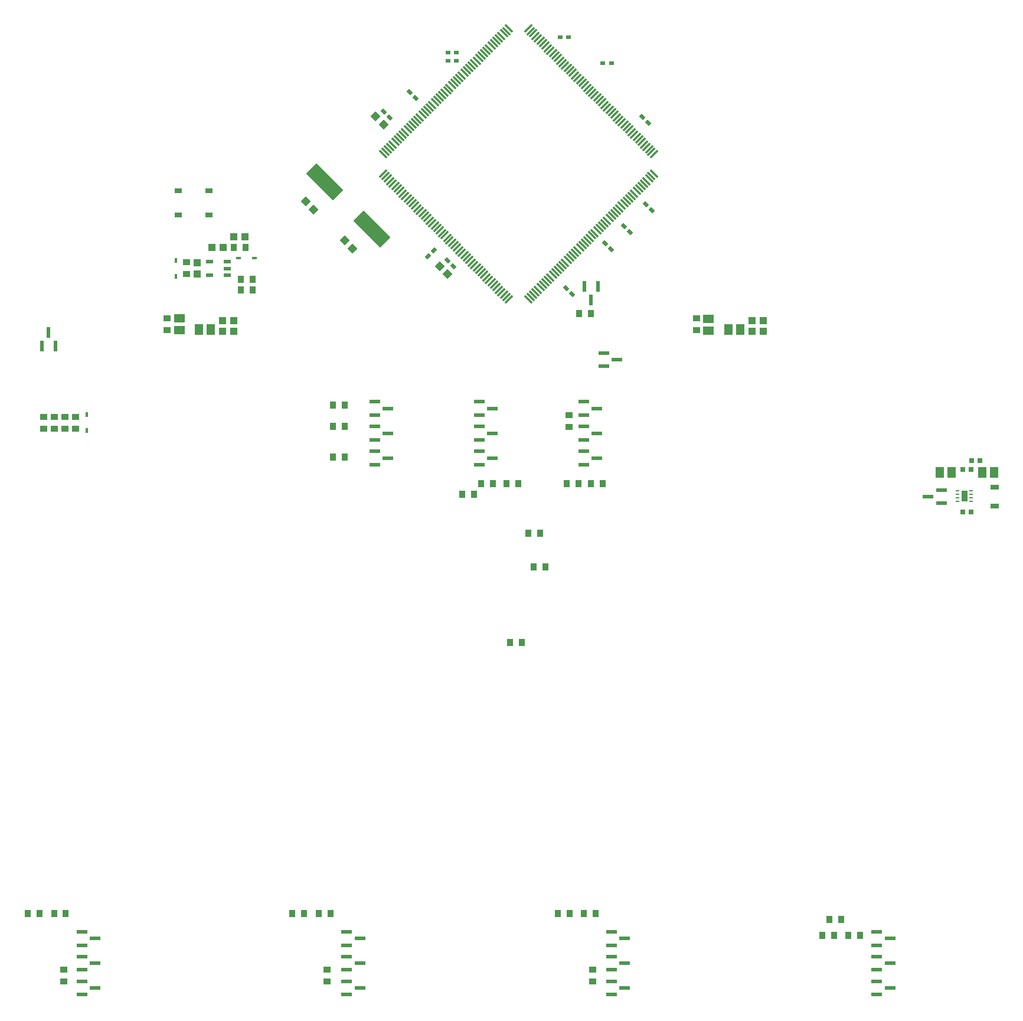
<source format=gbp>
%FSTAX23Y23*%
%MOIN*%
%SFA1B1*%

%IPPOS*%
%AMD70*
4,1,4,-0.027700,0.000000,0.000000,-0.027700,0.027700,0.000000,0.000000,0.027700,-0.027700,0.000000,0.0*
%
%AMD71*
4,1,4,-0.016000,0.024300,-0.024300,0.016000,0.016000,-0.024300,0.024300,-0.016000,-0.016000,0.024300,0.0*
%
%AMD72*
4,1,4,0.024300,0.016000,0.016000,0.024300,-0.024300,-0.016000,-0.016000,-0.024300,0.024300,0.016000,0.0*
%
%AMD74*
4,1,4,0.105900,-0.047200,-0.047200,0.105900,-0.105900,0.047200,0.047200,-0.105900,0.105900,-0.047200,0.0*
%
%AMD82*
4,1,4,0.019400,0.002800,0.002800,0.019400,-0.019400,-0.002800,-0.002800,-0.019400,0.019400,0.002800,0.0*
%
%AMD83*
4,1,4,-0.002800,0.019400,-0.019400,0.002800,0.002800,-0.019400,0.019400,-0.002800,-0.002800,0.019400,0.0*
%
%ADD17R,0.051181X0.059055*%
%ADD18R,0.039370X0.039370*%
%ADD20R,0.035433X0.039370*%
%ADD25R,0.039370X0.035433*%
%ADD69R,0.017716X0.027559*%
G04~CAMADD=70~10~0.0~393.7~0.0~0.0~0.0~0.0~0~0.0~0.0~0.0~0.0~0~0.0~0.0~0.0~0.0~0~0.0~0.0~0.0~135.0~393.7~0.0*
%ADD70D70*%
G04~CAMADD=71~9~0.0~0.0~118.1~570.9~0.0~0.0~0~0.0~0.0~0.0~0.0~0~0.0~0.0~0.0~0.0~0~0.0~0.0~0.0~45.0~486.0~485.0*
%ADD71D71*%
G04~CAMADD=72~9~0.0~0.0~118.1~570.9~0.0~0.0~0~0.0~0.0~0.0~0.0~0~0.0~0.0~0.0~0.0~0~0.0~0.0~0.0~315.0~486.0~485.0*
%ADD72D72*%
%ADD73R,0.039370X0.023622*%
G04~CAMADD=74~9~0.0~0.0~2165.0~830.0~0.0~0.0~0~0.0~0.0~0.0~0.0~0~0.0~0.0~0.0~0.0~0~0.0~0.0~0.0~315.0~2118.0~2117.0*
%ADD74D74*%
%ADD75R,0.047244X0.025591*%
%ADD76R,0.059055X0.023622*%
%ADD77R,0.031496X0.027559*%
%ADD78R,0.035433X0.062992*%
%ADD79R,0.019685X0.009843*%
%ADD80R,0.043307X0.027559*%
%ADD81R,0.031496X0.023622*%
G04~CAMADD=82~9~0.0~0.0~236.2~315.0~0.0~0.0~0~0.0~0.0~0.0~0.0~0~0.0~0.0~0.0~0.0~0~0.0~0.0~0.0~315.0~388.0~387.0*
%ADD82D82*%
G04~CAMADD=83~9~0.0~0.0~236.2~315.0~0.0~0.0~0~0.0~0.0~0.0~0.0~0~0.0~0.0~0.0~0.0~0~0.0~0.0~0.0~45.0~388.0~387.0*
%ADD83D83*%
%ADD84R,0.023622X0.059055*%
%ADD85R,0.027559X0.017716*%
%ADD86R,0.039370X0.039370*%
%ADD87R,0.059055X0.051181*%
%LNduo_x-1*%
%LPD*%
G54D17*
X05203Y02729D03*
X0527D03*
X0503D03*
X04963D03*
X03838Y03535D03*
X03771D03*
X00848D03*
X00781D03*
G54D18*
X01041Y0406D03*
X00978D03*
X03966Y03585D03*
X03903D03*
X03966Y03525D03*
X03903D03*
X00976D03*
X00913D03*
X00976Y03585D03*
X00913D03*
X00918Y03999D03*
X00855D03*
G54D20*
X04446Y00115D03*
X04513D03*
X02995Y02665D03*
X03061D03*
X01306Y0024D03*
X01373D03*
X04301Y00115D03*
X04368D03*
X02806Y0024D03*
X02873D03*
X02374Y02665D03*
X02441D03*
X01536Y02814D03*
X01603D03*
X-00188Y0024D03*
X-00121D03*
X02925Y02665D03*
X02858D03*
X01523Y0024D03*
X01456D03*
X04341Y00205D03*
X04408D03*
X02583Y02665D03*
X02516D03*
X01536Y02987D03*
X01603D03*
X0302Y0024D03*
X02953D03*
X02334Y02605D03*
X02267D03*
X01536Y0311D03*
X01603D03*
X00028Y0024D03*
X-00038D03*
X02928Y03625D03*
X02995D03*
X02708Y02385D03*
X02641D03*
X02536Y0177D03*
X02603D03*
X02738Y02195D03*
X02671D03*
X01083Y03759D03*
X01016D03*
X01083Y03819D03*
X01016D03*
X01043Y03999D03*
X00976D03*
G54D25*
X01505Y-00146D03*
Y-00079D03*
X0287Y02986D03*
Y03053D03*
X03005Y-00146D03*
Y-00079D03*
X00016Y-00146D03*
Y-00079D03*
X-00095Y02976D03*
Y03043D03*
X-00035Y02976D03*
Y03043D03*
X00025Y02976D03*
Y03043D03*
X00085Y02976D03*
Y03043D03*
X0071Y03847D03*
Y03914D03*
X0359Y03598D03*
Y03531D03*
X006Y036D03*
Y03533D03*
G54D69*
X00148Y02964D03*
Y03055D03*
X0065Y03835D03*
Y03926D03*
G54D70*
X02184Y03847D03*
X0214Y03892D03*
X01427Y04212D03*
X01382Y04257D03*
X01647Y03992D03*
X01602Y04037D03*
X01777Y04737D03*
X01822Y04692D03*
G54D71*
X02639Y03705D03*
X02653Y03719D03*
X02667Y03732D03*
X02681Y03746D03*
X02695Y0376D03*
X02709Y03774D03*
X02723Y03788D03*
X02737Y03802D03*
X02751Y03816D03*
X02765Y0383D03*
X02779Y03844D03*
X02793Y03858D03*
X02807Y03872D03*
X0282Y03886D03*
X02834Y039D03*
X02848Y03913D03*
X02862Y03927D03*
X02876Y03941D03*
X0289Y03955D03*
X02904Y03969D03*
X02918Y03983D03*
X02932Y03997D03*
X02946Y04011D03*
X0296Y04025D03*
X02974Y04039D03*
X02987Y04053D03*
X03001Y04067D03*
X03015Y0408D03*
X03029Y04094D03*
X03043Y04108D03*
X03057Y04122D03*
X03071Y04136D03*
X03085Y0415D03*
X03099Y04164D03*
X03113Y04178D03*
X03127Y04192D03*
X03141Y04206D03*
X03155Y0422D03*
X03168Y04234D03*
X03182Y04247D03*
X03196Y04261D03*
X0321Y04275D03*
X03224Y04289D03*
X03238Y04303D03*
X03252Y04317D03*
X03266Y04331D03*
X0328Y04345D03*
X03294Y04359D03*
X03308Y04373D03*
X03322Y04387D03*
X03335Y04401D03*
X03349Y04415D03*
X0253Y05234D03*
X02516Y0522D03*
X02502Y05207D03*
X02488Y05193D03*
X02474Y05179D03*
X0246Y05165D03*
X02446Y05151D03*
X02432Y05137D03*
X02418Y05123D03*
X02404Y05109D03*
X0239Y05095D03*
X02376Y05081D03*
X02362Y05067D03*
X02349Y05053D03*
X02335Y0504D03*
X02321Y05026D03*
X02307Y05012D03*
X02293Y04998D03*
X02279Y04984D03*
X02265Y0497D03*
X02251Y04956D03*
X02237Y04942D03*
X02223Y04928D03*
X02209Y04914D03*
X02195Y049D03*
X02182Y04886D03*
X02168Y04872D03*
X02154Y04859D03*
X0214Y04845D03*
X02126Y04831D03*
X02112Y04817D03*
X02098Y04803D03*
X02084Y04789D03*
X0207Y04775D03*
X02056Y04761D03*
X02042Y04747D03*
X02028Y04733D03*
X02015Y04719D03*
X02001Y04705D03*
X01987Y04692D03*
X01973Y04678D03*
X01959Y04664D03*
X01945Y0465D03*
X01931Y04636D03*
X01917Y04622D03*
X01903Y04608D03*
X01889Y04594D03*
X01875Y0458D03*
X01861Y04566D03*
X01847Y04552D03*
X01834Y04538D03*
X0182Y04524D03*
G54D72*
X03349Y04524D03*
X03335Y04538D03*
X03322Y04552D03*
X03308Y04566D03*
X03294Y0458D03*
X0328Y04594D03*
X03266Y04608D03*
X03252Y04622D03*
X03238Y04636D03*
X03224Y0465D03*
X0321Y04664D03*
X03196Y04678D03*
X03182Y04692D03*
X03168Y04705D03*
X03155Y04719D03*
X03141Y04733D03*
X03127Y04747D03*
X03113Y04761D03*
X03099Y04775D03*
X03085Y04789D03*
X03071Y04803D03*
X03057Y04817D03*
X03043Y04831D03*
X03029Y04845D03*
X03015Y04859D03*
X03001Y04872D03*
X02987Y04886D03*
X02974Y049D03*
X0296Y04914D03*
X02946Y04928D03*
X02932Y04942D03*
X02918Y04956D03*
X02904Y0497D03*
X0289Y04984D03*
X02876Y04998D03*
X02862Y05012D03*
X02848Y05026D03*
X02834Y0504D03*
X0282Y05053D03*
X02807Y05067D03*
X02793Y05081D03*
X02779Y05095D03*
X02765Y05109D03*
X02751Y05123D03*
X02737Y05137D03*
X02723Y05151D03*
X02709Y05165D03*
X02695Y05179D03*
X02681Y05193D03*
X02667Y05207D03*
X02653Y0522D03*
X02639Y05234D03*
X0182Y04415D03*
X01834Y04401D03*
X01847Y04387D03*
X01861Y04373D03*
X01875Y04359D03*
X01889Y04345D03*
X01903Y04331D03*
X01917Y04317D03*
X01931Y04303D03*
X01945Y04289D03*
X01959Y04275D03*
X01973Y04261D03*
X01987Y04247D03*
X02001Y04234D03*
X02015Y0422D03*
X02028Y04206D03*
X02042Y04192D03*
X02056Y04178D03*
X0207Y04164D03*
X02084Y0415D03*
X02098Y04136D03*
X02112Y04122D03*
X02126Y04108D03*
X0214Y04094D03*
X02154Y0408D03*
X02168Y04067D03*
X02182Y04053D03*
X02195Y04039D03*
X02209Y04025D03*
X02223Y04011D03*
X02237Y03997D03*
X02251Y03983D03*
X02265Y03969D03*
X02279Y03955D03*
X02293Y03941D03*
X02307Y03927D03*
X02321Y03913D03*
X02335Y039D03*
X02349Y03886D03*
X02362Y03872D03*
X02376Y03858D03*
X0239Y03844D03*
X02404Y0383D03*
X02418Y03816D03*
X02432Y03802D03*
X02446Y03788D03*
X0246Y03774D03*
X02474Y0376D03*
X02488Y03746D03*
X02502Y03732D03*
X02516Y03719D03*
X0253Y03705D03*
G54D73*
X00839Y03917D03*
Y03842D03*
X00941D03*
Y03879D03*
Y03917D03*
G54D74*
X01491Y04368D03*
X01758Y04101D03*
G54D75*
X05272Y02538D03*
Y02646D03*
G54D76*
X04897Y02592D03*
X04972Y02555D03*
Y02629D03*
X03066Y03329D03*
Y03403D03*
X03141Y03366D03*
X04607Y0006D03*
Y00135D03*
X04682Y00097D03*
X04607Y-00219D03*
Y-00144D03*
X04682Y-00182D03*
X04607Y-00079D03*
Y-00004D03*
X04682Y-00042D03*
X03111Y-00079D03*
Y-00004D03*
X03185Y-00042D03*
X03111Y-00219D03*
Y-00144D03*
X03185Y-00182D03*
X03111Y0006D03*
Y00135D03*
X03185Y00097D03*
X01615Y-00079D03*
Y-00004D03*
X01689Y-00042D03*
X01615Y0006D03*
Y00135D03*
X01689Y00097D03*
X01615Y-00219D03*
Y-00144D03*
X01689Y-00182D03*
X00119Y-00079D03*
Y-00004D03*
X00193Y-00042D03*
X00119Y-00219D03*
Y-00144D03*
X00193Y-00182D03*
X00119Y0006D03*
Y00135D03*
X00193Y00097D03*
X02953Y03052D03*
Y03127D03*
X03028Y0309D03*
X02953Y02912D03*
Y02987D03*
X03028Y0295D03*
X02953Y02772D03*
Y02847D03*
X03028Y0281D03*
X02363Y02772D03*
Y02847D03*
X02437Y0281D03*
X02363Y03052D03*
Y03127D03*
X02437Y0309D03*
X02363Y02912D03*
Y02987D03*
X02437Y0295D03*
X01772Y03052D03*
Y03127D03*
X01847Y0309D03*
X01772Y02912D03*
Y02987D03*
X01847Y0295D03*
X01772Y02772D03*
Y02847D03*
X01847Y0281D03*
G54D77*
X05141Y02744D03*
X05093D03*
X05191Y02794D03*
X05143D03*
X05093Y02504D03*
X05141D03*
G54D78*
X05102Y02594D03*
G54D79*
X05139Y02624D03*
Y02604D03*
Y02585D03*
Y02565D03*
X05065Y02624D03*
Y02604D03*
Y02585D03*
Y02565D03*
G54D80*
X00837Y04181D03*
X00662D03*
Y04318D03*
X00837D03*
G54D81*
X03061Y0504D03*
X03109D03*
X02868Y05185D03*
X02821D03*
X02186Y051D03*
X02233D03*
X02186Y05053D03*
X02233D03*
G54D82*
X02073Y03948D03*
X02106Y03981D03*
G54D83*
X02888Y03736D03*
X02855Y0377D03*
X02183Y03925D03*
X02216Y03891D03*
X03107Y03988D03*
X03073Y04021D03*
X03213Y04085D03*
X0318Y04118D03*
X03336Y04208D03*
X03303Y04241D03*
X03316Y04703D03*
X03283Y04736D03*
X0197Y04875D03*
X02003Y04842D03*
X01823Y04766D03*
X01856Y04733D03*
G54D84*
X02995Y03702D03*
X03033Y03777D03*
X02958D03*
X-00031Y03442D03*
X-00106D03*
X-00069Y03517D03*
G54D85*
X01095Y03939D03*
X01005D03*
G54D86*
X0077Y03912D03*
Y03849D03*
G54D87*
X03658Y0353D03*
Y03596D03*
X0067Y03531D03*
Y03598D03*
M02*
</source>
